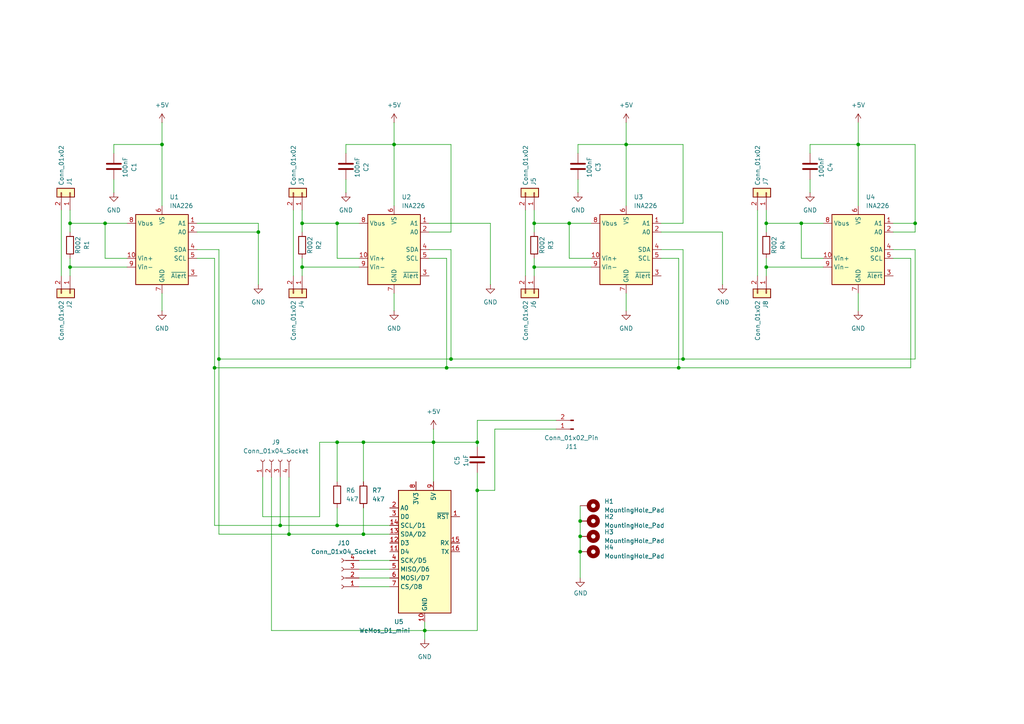
<source format=kicad_sch>
(kicad_sch (version 20231120) (generator "eeschema") (generator_version "8.0")
  (paper "A4")
  (lib_symbols
    (symbol "Connector:Conn_01x02_Pin" (pin_names (offset 1.016) hide)
      (property "Reference" "J" (at 0 2.54 0))
      (property "Value" "Conn_01x02_Pin" (at 0 -5.08 0))
      (symbol "Conn_01x02_Pin_1_1"
        (polyline (pts (xy 1.27 -2.54) (xy 0.8636 -2.54)) (stroke (width 0.1524)))
        (polyline (pts (xy 1.27 0) (xy 0.8636 0)) (stroke (width 0.1524)))
        (rectangle (start 0.8636 -2.413) (end 0 -2.667) (stroke (width 0.1524)) (fill (type outline)))
        (rectangle (start 0.8636 0.127) (end 0 -0.127) (stroke (width 0.1524)) (fill (type outline)))
        (pin passive line (at 5.08 0 180) (length 3.81) (name "Pin_1") (number "1"))
        (pin passive line (at 5.08 -2.54 180) (length 3.81) (name "Pin_2") (number "2"))
      )
    )
    (symbol "Connector:Conn_01x04_Socket" (pin_names (offset 1.016) hide)
      (property "Reference" "J" (at 0 5.08 0))
      (property "Value" "Conn_01x04_Socket" (at 0 -7.62 0))
      (symbol "Conn_01x04_Socket_1_1"
        (arc (start 0 -4.572) (mid -0.5058 -5.08) (end 0 -5.588) (stroke (width 0.1524)))
        (arc (start 0 -2.032) (mid -0.5058 -2.54) (end 0 -3.048) (stroke (width 0.1524)))
        (polyline (pts (xy -1.27 -5.08) (xy -0.508 -5.08)) (stroke (width 0.1524)))
        (polyline (pts (xy -1.27 -2.54) (xy -0.508 -2.54)) (stroke (width 0.1524)))
        (polyline (pts (xy -1.27 0) (xy -0.508 0)) (stroke (width 0.1524)))
        (polyline (pts (xy -1.27 2.54) (xy -0.508 2.54)) (stroke (width 0.1524)))
        (arc (start 0 0.508) (mid -0.5058 0) (end 0 -0.508) (stroke (width 0.1524)))
        (arc (start 0 3.048) (mid -0.5058 2.54) (end 0 2.032) (stroke (width 0.1524)))
        (pin passive line (at -5.08 2.54 0) (length 3.81) (name "Pin_1") (number "1"))
        (pin passive line (at -5.08 0 0) (length 3.81) (name "Pin_2") (number "2"))
        (pin passive line (at -5.08 -2.54 0) (length 3.81) (name "Pin_3") (number "3"))
        (pin passive line (at -5.08 -5.08 0) (length 3.81) (name "Pin_4") (number "4"))
      )
    )
    (symbol "Connector_Generic:Conn_01x02" (pin_names (offset 1.016) hide)
      (property "Reference" "J" (at 0 2.54 0))
      (property "Value" "Conn_01x02" (at 0 -5.08 0))
      (symbol "Conn_01x02_1_1"
        (rectangle (start -1.27 -2.413) (end 0 -2.667) (stroke (width 0.1524)))
        (rectangle (start -1.27 0.127) (end 0 -0.127) (stroke (width 0.1524)))
        (rectangle (start -1.27 1.27) (end 1.27 -3.81) (stroke (width 0.254)) (fill (type background)))
        (pin passive line (at -5.08 0 0) (length 3.81) (name "Pin_1") (number "1"))
        (pin passive line (at -5.08 -2.54 0) (length 3.81) (name "Pin_2") (number "2"))
      )
    )
    (symbol "Device:C" (pin_numbers hide) (pin_names (offset 0.254))
      (property "Reference" "C" (at 0.635 2.54 0))
      (property "Value" "C" (at 0.635 -2.54 0))
      (symbol "C_0_1"
        (polyline (pts (xy -2.032 -0.762) (xy 2.032 -0.762)) (stroke (width 0.508)))
        (polyline (pts (xy -2.032 0.762) (xy 2.032 0.762)) (stroke (width 0.508)))
      )
      (symbol "C_1_1"
        (pin passive line (at 0 3.81 270) (length 2.794) (name "~") (number "1"))
        (pin passive line (at 0 -3.81 90) (length 2.794) (name "~") (number "2"))
      )
    )
    (symbol "Device:R" (pin_numbers hide) (pin_names (offset 0))
      (property "Reference" "R" (at 2.032 0 90))
      (property "Value" "R" (at 0 0 90))
      (symbol "R_0_1"
        (rectangle (start -1.016 -2.54) (end 1.016 2.54) (stroke (width 0.254)))
      )
      (symbol "R_1_1"
        (pin passive line (at 0 3.81 270) (length 1.27) (name "~") (number "1"))
        (pin passive line (at 0 -3.81 90) (length 1.27) (name "~") (number "2"))
      )
    )
    (symbol "MCU_Module:WeMos_D1_mini"
      (property "Reference" "U" (at 3.81 19.05 0))
      (property "Value" "WeMos_D1_mini" (at 1.27 -19.05 0))
      (symbol "WeMos_D1_mini_1_1"
        (rectangle (start -7.62 17.78) (end 7.62 -17.78) (stroke (width 0.254)) (fill (type background)))
        (pin input line (at -10.16 10.16 0) (length 2.54) (name "~{RST}") (number "1"))
        (pin power_in line (at 0 -20.32 90) (length 2.54) (name "GND") (number "10"))
        (pin bidirectional line (at 10.16 0 180) (length 2.54) (name "D4") (number "11"))
        (pin bidirectional line (at 10.16 2.54 180) (length 2.54) (name "D3") (number "12"))
        (pin bidirectional line (at 10.16 5.08 180) (length 2.54) (name "SDA/D2") (number "13"))
        (pin bidirectional line (at 10.16 7.62 180) (length 2.54) (name "SCL/D1") (number "14"))
        (pin input line (at -10.16 2.54 0) (length 2.54) (name "RX") (number "15"))
        (pin output line (at -10.16 0 0) (length 2.54) (name "TX") (number "16"))
        (pin input line (at 10.16 12.7 180) (length 2.54) (name "A0") (number "2"))
        (pin bidirectional line (at 10.16 10.16 180) (length 2.54) (name "D0") (number "3"))
        (pin bidirectional line (at 10.16 -2.54 180) (length 2.54) (name "SCK/D5") (number "4"))
        (pin bidirectional line (at 10.16 -5.08 180) (length 2.54) (name "MISO/D6") (number "5"))
        (pin bidirectional line (at 10.16 -7.62 180) (length 2.54) (name "MOSI/D7") (number "6"))
        (pin bidirectional line (at 10.16 -10.16 180) (length 2.54) (name "CS/D8") (number "7"))
        (pin power_out line (at 2.54 20.32 270) (length 2.54) (name "3V3") (number "8"))
        (pin power_in line (at -2.54 20.32 270) (length 2.54) (name "5V") (number "9"))
      )
    )
    (symbol "Mechanical:MountingHole_Pad" (pin_numbers hide) (pin_names (offset 1.016) hide) (exclude_from_sim yes) (in_bom no)
      (property "Reference" "H" (at 0 6.35 0))
      (property "Value" "MountingHole_Pad" (at 0 4.445 0))
      (symbol "MountingHole_Pad_0_1"
        (circle (center 0 1.27) (radius 1.27) (stroke (width 1.27)))
      )
      (symbol "MountingHole_Pad_1_1"
        (pin input line (at 0 -2.54 90) (length 2.54) (name "1") (number "1"))
      )
    )
    (symbol "Sensor_Energy:INA226"
      (property "Reference" "U" (at -6.35 11.43 0))
      (property "Value" "INA226" (at 3.81 11.43 0))
      (symbol "INA226_0_1"
        (rectangle (start 7.62 10.16) (end -7.62 -10.16) (stroke (width 0.254)) (fill (type background)))
      )
      (symbol "INA226_1_1"
        (pin input line (at 10.16 7.62 180) (length 2.54) (name "A1") (number "1"))
        (pin input line (at -10.16 -2.54 0) (length 2.54) (name "Vin+") (number "10"))
        (pin input line (at 10.16 5.08 180) (length 2.54) (name "A0") (number "2"))
        (pin open_collector line (at 10.16 -7.62 180) (length 2.54) (name "~{Alert}") (number "3"))
        (pin bidirectional line (at 10.16 0 180) (length 2.54) (name "SDA") (number "4"))
        (pin input line (at 10.16 -2.54 180) (length 2.54) (name "SCL") (number "5"))
        (pin power_in line (at 0 12.7 270) (length 2.54) (name "VS") (number "6"))
        (pin power_in line (at 0 -12.7 90) (length 2.54) (name "GND") (number "7"))
        (pin input line (at -10.16 7.62 0) (length 2.54) (name "Vbus") (number "8"))
        (pin input line (at -10.16 -5.08 0) (length 2.54) (name "Vin-") (number "9"))
      )
    )
    (symbol "power:+5V" (power) (pin_numbers hide) (pin_names (offset 0) hide)
      (property "Value" "+5V" (at 0 3.556 0))
      (symbol "+5V_0_1"
        (polyline (pts (xy -0.762 1.27) (xy 0 2.54)))
        (polyline (pts (xy 0 0) (xy 0 2.54)))
        (polyline (pts (xy 0 2.54) (xy 0.762 1.27)))
      )
      (symbol "+5V_1_1"
        (pin power_in line (at 0 0 90) (length 0) (name "~") (number "1"))
      )
    )
    (symbol "power:GND" (power) (pin_numbers hide) (pin_names (offset 0) hide)
      (property "Value" "GND" (at 0 -3.81 0))
      (symbol "GND_0_1"
        (polyline (pts (xy 0 0) (xy 0 -1.27) (xy 1.27 -1.27) (xy 0 -2.54) (xy -1.27 -1.27) (xy 0 -1.27)))
      )
      (symbol "GND_1_1"
        (pin power_in line (at 0 0 270) (length 0) (name "~") (number "1"))
      )
    )
    (symbol "powerpoledist-rescue:GND-power" (power) (pin_names (offset 0))
      (property "Value" "power_GND" (at 0 -3.81 0))
      (symbol "GND-power_0_1"
        (polyline (pts (xy 0 0) (xy 0 -1.27) (xy 1.27 -1.27) (xy 0 -2.54) (xy -1.27 -1.27) (xy 0 -1.27)))
      )
      (symbol "GND-power_1_1"
        (pin power_in line (at 0 0 270) (length 0) hide (name "GND") (number "1"))
      )
    )
  )
  (junction (at 222.25 77.47))
  (junction (at 97.79 152.4))
  (junction (at 87.63 77.47))
  (junction (at 198.12 104.14))
  (junction (at 87.63 64.77))
  (junction (at 168.275 151.13))
  (junction (at 222.25 64.77))
  (junction (at 74.93 67.31))
  (junction (at 138.43 142.24))
  (junction (at 168.275 155.575))
  (junction (at 265.43 64.77))
  (junction (at 232.41 64.77))
  (junction (at 130.81 104.14))
  (junction (at 138.43 128.27))
  (junction (at 30.48 64.77))
  (junction (at 105.41 154.94))
  (junction (at 97.79 64.77))
  (junction (at 63.5 104.14))
  (junction (at 181.61 41.91))
  (junction (at 196.85 106.68))
  (junction (at 20.32 77.47))
  (junction (at 154.94 77.47))
  (junction (at 20.32 64.77))
  (junction (at 165.1 64.77))
  (junction (at 62.23 106.68))
  (junction (at 81.28 152.4))
  (junction (at 114.3 41.91))
  (junction (at 248.92 41.91))
  (junction (at 123.19 182.88))
  (junction (at 154.94 64.77))
  (junction (at 125.73 128.27))
  (junction (at 168.275 160.02))
  (junction (at 105.41 128.27))
  (junction (at 97.79 128.27))
  (junction (at 46.99 41.91))
  (junction (at 83.82 154.94))
  (junction (at 129.54 106.68))
  (wire (pts (xy 191.77 64.77) (xy 198.12 64.77)))
  (wire (pts (xy 105.41 147.32) (xy 105.41 154.94)))
  (wire (pts (xy 124.46 67.31) (xy 130.81 67.31)))
  (wire (pts (xy 125.73 128.27) (xy 105.41 128.27)))
  (wire (pts (xy 74.93 67.31) (xy 74.93 82.55)))
  (wire (pts (xy 114.3 35.56) (xy 114.3 41.91)))
  (wire (pts (xy 248.92 85.09) (xy 248.92 90.17)))
  (wire (pts (xy 87.63 64.77) (xy 97.79 64.77)))
  (wire (pts (xy 154.94 64.77) (xy 154.94 67.31)))
  (wire (pts (xy 167.64 44.45) (xy 167.64 41.91)))
  (wire (pts (xy 191.77 67.31) (xy 209.55 67.31)))
  (wire (pts (xy 196.85 106.68) (xy 264.16 106.68)))
  (wire (pts (xy 104.14 170.18) (xy 113.03 170.18)))
  (wire (pts (xy 104.14 167.64) (xy 113.03 167.64)))
  (wire (pts (xy 130.81 104.14) (xy 198.12 104.14)))
  (wire (pts (xy 87.63 64.77) (xy 87.63 67.31)))
  (wire (pts (xy 167.64 52.07) (xy 167.64 55.88)))
  (wire (pts (xy 97.79 64.77) (xy 97.79 74.93)))
  (wire (pts (xy 104.14 74.93) (xy 97.79 74.93)))
  (wire (pts (xy 87.63 77.47) (xy 87.63 80.01)))
  (wire (pts (xy 20.32 77.47) (xy 20.32 80.01)))
  (wire (pts (xy 168.275 155.575) (xy 168.275 160.02)))
  (wire (pts (xy 181.61 35.56) (xy 181.61 41.91)))
  (wire (pts (xy 238.76 74.93) (xy 232.41 74.93)))
  (wire (pts (xy 123.19 180.34) (xy 123.19 182.88)))
  (wire (pts (xy 222.25 74.93) (xy 222.25 77.47)))
  (wire (pts (xy 168.275 151.13) (xy 168.275 155.575)))
  (wire (pts (xy 62.23 106.68) (xy 62.23 152.4)))
  (wire (pts (xy 57.15 64.77) (xy 74.93 64.77)))
  (wire (pts (xy 143.51 142.24) (xy 138.43 142.24)))
  (wire (pts (xy 138.43 142.24) (xy 138.43 182.88)))
  (wire (pts (xy 78.74 182.88) (xy 123.19 182.88)))
  (wire (pts (xy 123.19 182.88) (xy 123.19 185.42)))
  (wire (pts (xy 20.32 64.77) (xy 30.48 64.77)))
  (wire (pts (xy 234.95 41.91) (xy 248.92 41.91)))
  (wire (pts (xy 259.08 72.39) (xy 265.43 72.39)))
  (wire (pts (xy 138.43 128.27) (xy 125.73 128.27)))
  (wire (pts (xy 219.71 60.96) (xy 219.71 80.01)))
  (wire (pts (xy 97.79 64.77) (xy 104.14 64.77)))
  (wire (pts (xy 63.5 72.39) (xy 63.5 104.14)))
  (wire (pts (xy 198.12 72.39) (xy 198.12 104.14)))
  (wire (pts (xy 81.28 152.4) (xy 97.79 152.4)))
  (wire (pts (xy 87.63 77.47) (xy 104.14 77.47)))
  (wire (pts (xy 63.5 154.94) (xy 83.82 154.94)))
  (wire (pts (xy 20.32 74.93) (xy 20.32 77.47)))
  (wire (pts (xy 114.3 41.91) (xy 114.3 59.69)))
  (wire (pts (xy 92.71 128.27) (xy 97.79 128.27)))
  (wire (pts (xy 100.33 41.91) (xy 114.3 41.91)))
  (wire (pts (xy 222.25 64.77) (xy 232.41 64.77)))
  (wire (pts (xy 100.33 52.07) (xy 100.33 55.88)))
  (wire (pts (xy 168.275 160.02) (xy 168.275 167.64)))
  (wire (pts (xy 222.25 77.47) (xy 222.25 80.01)))
  (wire (pts (xy 265.43 64.77) (xy 265.43 67.31)))
  (wire (pts (xy 20.32 60.96) (xy 20.32 64.77)))
  (wire (pts (xy 138.43 128.27) (xy 138.43 129.54)))
  (wire (pts (xy 152.4 60.96) (xy 152.4 80.01)))
  (wire (pts (xy 222.25 60.96) (xy 222.25 64.77)))
  (wire (pts (xy 76.2 149.86) (xy 92.71 149.86)))
  (wire (pts (xy 36.83 74.93) (xy 30.48 74.93)))
  (wire (pts (xy 97.79 128.27) (xy 97.79 139.7)))
  (wire (pts (xy 248.92 35.56) (xy 248.92 41.91)))
  (wire (pts (xy 222.25 64.77) (xy 222.25 67.31)))
  (wire (pts (xy 259.08 74.93) (xy 264.16 74.93)))
  (wire (pts (xy 125.73 124.46) (xy 125.73 128.27)))
  (wire (pts (xy 76.2 138.43) (xy 76.2 149.86)))
  (wire (pts (xy 142.24 64.77) (xy 142.24 82.55)))
  (wire (pts (xy 33.02 44.45) (xy 33.02 41.91)))
  (wire (pts (xy 30.48 64.77) (xy 36.83 64.77)))
  (wire (pts (xy 130.81 72.39) (xy 130.81 104.14)))
  (wire (pts (xy 85.09 60.96) (xy 85.09 80.01)))
  (wire (pts (xy 232.41 64.77) (xy 238.76 64.77)))
  (wire (pts (xy 17.78 60.96) (xy 17.78 80.01)))
  (wire (pts (xy 62.23 152.4) (xy 81.28 152.4)))
  (wire (pts (xy 33.02 52.07) (xy 33.02 55.88)))
  (wire (pts (xy 83.82 138.43) (xy 83.82 154.94)))
  (wire (pts (xy 125.73 128.27) (xy 125.73 139.7)))
  (wire (pts (xy 46.99 85.09) (xy 46.99 90.17)))
  (wire (pts (xy 154.94 77.47) (xy 154.94 80.01)))
  (wire (pts (xy 46.99 41.91) (xy 46.99 59.69)))
  (wire (pts (xy 264.16 74.93) (xy 264.16 106.68)))
  (wire (pts (xy 97.79 128.27) (xy 105.41 128.27)))
  (wire (pts (xy 138.43 137.16) (xy 138.43 142.24)))
  (wire (pts (xy 114.3 85.09) (xy 114.3 90.17)))
  (wire (pts (xy 87.63 60.96) (xy 87.63 64.77)))
  (wire (pts (xy 33.02 41.91) (xy 46.99 41.91)))
  (wire (pts (xy 83.82 154.94) (xy 105.41 154.94)))
  (wire (pts (xy 248.92 41.91) (xy 248.92 59.69)))
  (wire (pts (xy 57.15 67.31) (xy 74.93 67.31)))
  (wire (pts (xy 74.93 64.77) (xy 74.93 67.31)))
  (wire (pts (xy 138.43 182.88) (xy 123.19 182.88)))
  (wire (pts (xy 234.95 52.07) (xy 234.95 55.88)))
  (wire (pts (xy 100.33 44.45) (xy 100.33 41.91)))
  (wire (pts (xy 259.08 64.77) (xy 265.43 64.77)))
  (wire (pts (xy 46.99 35.56) (xy 46.99 41.91)))
  (wire (pts (xy 154.94 64.77) (xy 165.1 64.77)))
  (wire (pts (xy 259.08 67.31) (xy 265.43 67.31)))
  (wire (pts (xy 191.77 72.39) (xy 198.12 72.39)))
  (wire (pts (xy 138.43 128.27) (xy 138.43 121.92)))
  (wire (pts (xy 129.54 106.68) (xy 196.85 106.68)))
  (wire (pts (xy 63.5 104.14) (xy 63.5 154.94)))
  (wire (pts (xy 181.61 41.91) (xy 198.12 41.91)))
  (wire (pts (xy 124.46 72.39) (xy 130.81 72.39)))
  (wire (pts (xy 143.51 124.46) (xy 143.51 142.24)))
  (wire (pts (xy 105.41 128.27) (xy 105.41 139.7)))
  (wire (pts (xy 154.94 74.93) (xy 154.94 77.47)))
  (wire (pts (xy 104.14 162.56) (xy 113.03 162.56)))
  (wire (pts (xy 248.92 41.91) (xy 265.43 41.91)))
  (wire (pts (xy 198.12 64.77) (xy 198.12 41.91)))
  (wire (pts (xy 124.46 64.77) (xy 142.24 64.77)))
  (wire (pts (xy 114.3 41.91) (xy 130.81 41.91)))
  (wire (pts (xy 105.41 154.94) (xy 113.03 154.94)))
  (wire (pts (xy 167.64 41.91) (xy 181.61 41.91)))
  (wire (pts (xy 57.15 72.39) (xy 63.5 72.39)))
  (wire (pts (xy 234.95 44.45) (xy 234.95 41.91)))
  (wire (pts (xy 191.77 74.93) (xy 196.85 74.93)))
  (wire (pts (xy 165.1 64.77) (xy 165.1 74.93)))
  (wire (pts (xy 168.275 146.685) (xy 168.275 151.13)))
  (wire (pts (xy 97.79 152.4) (xy 113.03 152.4)))
  (wire (pts (xy 97.79 147.32) (xy 97.79 152.4)))
  (wire (pts (xy 222.25 77.47) (xy 238.76 77.47)))
  (wire (pts (xy 161.29 124.46) (xy 143.51 124.46)))
  (wire (pts (xy 78.74 138.43) (xy 78.74 182.88)))
  (wire (pts (xy 57.15 74.93) (xy 62.23 74.93)))
  (wire (pts (xy 181.61 41.91) (xy 181.61 59.69)))
  (wire (pts (xy 92.71 149.86) (xy 92.71 128.27)))
  (wire (pts (xy 171.45 74.93) (xy 165.1 74.93)))
  (wire (pts (xy 62.23 106.68) (xy 129.54 106.68)))
  (wire (pts (xy 154.94 60.96) (xy 154.94 64.77)))
  (wire (pts (xy 129.54 74.93) (xy 129.54 106.68)))
  (wire (pts (xy 124.46 74.93) (xy 129.54 74.93)))
  (wire (pts (xy 63.5 104.14) (xy 130.81 104.14)))
  (wire (pts (xy 265.43 72.39) (xy 265.43 104.14)))
  (wire (pts (xy 181.61 85.09) (xy 181.61 90.17)))
  (wire (pts (xy 20.32 64.77) (xy 20.32 67.31)))
  (wire (pts (xy 81.28 138.43) (xy 81.28 152.4)))
  (wire (pts (xy 104.14 165.1) (xy 113.03 165.1)))
  (wire (pts (xy 165.1 64.77) (xy 171.45 64.77)))
  (wire (pts (xy 154.94 77.47) (xy 171.45 77.47)))
  (wire (pts (xy 20.32 77.47) (xy 36.83 77.47)))
  (wire (pts (xy 265.43 41.91) (xy 265.43 64.77)))
  (wire (pts (xy 130.81 67.31) (xy 130.81 41.91)))
  (wire (pts (xy 30.48 64.77) (xy 30.48 74.93)))
  (wire (pts (xy 196.85 74.93) (xy 196.85 106.68)))
  (wire (pts (xy 209.55 67.31) (xy 209.55 82.55)))
  (wire (pts (xy 138.43 121.92) (xy 161.29 121.92)))
  (wire (pts (xy 198.12 104.14) (xy 265.43 104.14)))
  (wire (pts (xy 62.23 74.93) (xy 62.23 106.68)))
  (wire (pts (xy 87.63 74.93) (xy 87.63 77.47)))
  (wire (pts (xy 232.41 64.77) (xy 232.41 74.93)))
  (symbol (lib_id "Device:R") (at 20.32 71.12 0) (unit 1)
    (property "Reference" "R1" (at 25.146 71.12 90))
    (property "Value" "R002" (at 22.606 71.12 90))
    (property "Footprint" "Resistor_SMD:R_2512_6332Metric_Pad1.40x3.35mm_HandSolder" (effects (hide yes)))
    (property "Description" "Resistor" (effects (hide yes)))
  )
  (symbol (lib_id "Device:R") (at 87.63 71.12 0) (unit 1)
    (property "Reference" "R2" (at 92.456 71.12 90))
    (property "Value" "R002" (at 89.916 71.12 90))
    (property "Footprint" "Resistor_SMD:R_2512_6332Metric_Pad1.40x3.35mm_HandSolder" (effects (hide yes)))
    (property "Description" "Resistor" (effects (hide yes)))
  )
  (symbol (lib_id "Sensor_Energy:INA226") (at 248.92 72.39 0) (unit 1)
    (property "Reference" "U4" (at 251.1141 57.15 0) (effects (justify left)))
    (property "Value" "INA226" (at 251.1141 59.69 0) (effects (justify left)))
    (property "Footprint" "Package_SO:VSSOP-10_3x3mm_P0.5mm" (effects (hide yes)))
    (property "Datasheet" "http://www.ti.com/lit/ds/symlink/ina226.pdf" (effects (hide yes)))
    (property "Description" "High-Side or Low-Side Measurement, Bi-Directional Current and Power Monitor (0-36V) with I2C Compatible Interface, VSSOP-10" (effects (hide yes)))
  )
  (symbol (lib_id "Connector:Conn_01x04_Socket") (at 78.74 133.35 90) (unit 1)
    (property "Reference" "J9" (at 80.01 128.27 90))
    (property "Value" "Conn_01x04_Socket" (at 80.01 130.81 90))
    (property "Footprint" "Connector_PinSocket_2.54mm:PinSocket_1x04_P2.54mm_Vertical" (effects (hide yes)))
    (property "Description" "Generic connector, single row, 01x04, script generated" (effects (hide yes)))
  )
  (symbol (lib_id "Connector_Generic:Conn_01x02") (at 222.25 85.09 270) (unit 1)
    (property "Reference" "J8" (at 222.0468 87.122 0) (effects (justify left)))
    (property "Value" "Conn_01x02" (at 219.7354 87.122 0) (effects (justify left)))
    (property "Footprint" "Connector_Anderson:PowerPole_PP45_1336G1_1x2_Horizontal" (effects (hide yes)))
    (property "MPN" "1336G1" (effects (hide yes)))
    (property "Manufacturer" "Anderson" (effects (hide yes)))
  )
  (symbol (lib_id "Connector:Conn_01x04_Socket") (at 99.06 167.64 180) (unit 1)
    (property "Reference" "J10" (at 99.695 157.48 0))
    (property "Value" "Conn_01x04_Socket" (at 99.695 160.02 0))
    (property "Footprint" "Connector_PinSocket_2.54mm:PinSocket_1x04_P2.54mm_Vertical" (effects (hide yes)))
    (property "Description" "Generic connector, single row, 01x04, script generated" (effects (hide yes)))
  )
  (symbol (lib_id "Device:R") (at 97.79 143.51 0) (unit 1)
    (property "Reference" "R6" (at 100.33 142.2399 0) (effects (justify left)))
    (property "Value" "4k7" (at 100.33 144.7799 0) (effects (justify left)))
    (property "Footprint" "Resistor_SMD:R_0805_2012Metric_Pad1.20x1.40mm_HandSolder" (effects (hide yes)))
    (property "Description" "Resistor" (effects (hide yes)))
  )
  (symbol (lib_id "Device:C") (at 138.43 133.35 0) (mirror y) (unit 1)
    (property "Reference" "C5" (at 132.588 133.604 90))
    (property "Value" "1uF" (at 135.128 133.604 90))
    (property "Footprint" "Capacitor_SMD:C_0805_2012Metric_Pad1.18x1.45mm_HandSolder" (effects (hide yes)))
    (property "Description" "Unpolarized capacitor" (effects (hide yes)))
  )
  (symbol (lib_id "Mechanical:MountingHole_Pad") (at 170.815 160.02 270) (unit 1) (exclude_from_sim yes) (in_bom no)
    (property "Reference" "H4" (at 175.26 158.7499 90) (effects (justify left)))
    (property "Value" "MountingHole_Pad" (at 175.26 161.2899 90) (effects (justify left)))
    (property "Footprint" "MountingHole:MountingHole_3.5mm_Pad" (effects (hide yes)))
    (property "Description" "Mounting Hole with connection" (effects (hide yes)))
  )
  (symbol (lib_id "power:GND") (at 167.64 55.88 0) (unit 1)
    (property "Reference" "#PWR011" (effects (hide yes)))
    (property "Value" "GND" (at 167.64 60.96 0))
    (property "Description" "Power symbol creates a global label with name \"GND\" , ground" (effects (hide yes)))
  )
  (symbol (lib_id "MCU_Module:WeMos_D1_mini") (at 123.19 160.02 0) (mirror y) (unit 1)
    (property "Reference" "U5" (at 114.3 180.34 0) (effects (justify right)))
    (property "Value" "WeMos_D1_mini" (at 104.14 182.88 0) (effects (justify right)))
    (property "Footprint" "Module:WEMOS_D1_mini_light" (effects (hide yes)))
    (property "Datasheet" "https://wiki.wemos.cc/products:d1:d1_mini#documentation" (effects (hide yes)))
    (property "Description" "32-bit microcontroller module with WiFi" (effects (hide yes)))
  )
  (symbol (lib_id "power:GND") (at 100.33 55.88 0) (unit 1)
    (property "Reference" "#PWR05" (effects (hide yes)))
    (property "Value" "GND" (at 100.33 60.96 0))
    (property "Description" "Power symbol creates a global label with name \"GND\" , ground" (effects (hide yes)))
  )
  (symbol (lib_id "Connector_Generic:Conn_01x02") (at 87.63 55.88 270) (mirror x) (unit 1)
    (property "Reference" "J3" (at 87.4268 53.848 0) (effects (justify left)))
    (property "Value" "Conn_01x02" (at 85.1154 53.848 0) (effects (justify left)))
    (property "Footprint" "Connector_Anderson:PowerPole_PP45_1336G1_1x2_Horizontal" (effects (hide yes)))
    (property "MPN" "1336G1" (effects (hide yes)))
    (property "Manufacturer" "Anderson" (effects (hide yes)))
  )
  (symbol (lib_id "Device:C") (at 100.33 48.26 0) (unit 1)
    (property "Reference" "C2" (at 106.172 48.514 90))
    (property "Value" "100nF" (at 103.632 48.514 90))
    (property "Footprint" "Capacitor_SMD:C_0805_2012Metric_Pad1.18x1.45mm_HandSolder" (effects (hide yes)))
    (property "Description" "Unpolarized capacitor" (effects (hide yes)))
  )
  (symbol (lib_id "Sensor_Energy:INA226") (at 114.3 72.39 0) (unit 1)
    (property "Reference" "U2" (at 116.4941 57.15 0) (effects (justify left)))
    (property "Value" "INA226" (at 116.4941 59.69 0) (effects (justify left)))
    (property "Footprint" "Package_SO:VSSOP-10_3x3mm_P0.5mm" (effects (hide yes)))
    (property "Datasheet" "http://www.ti.com/lit/ds/symlink/ina226.pdf" (effects (hide yes)))
    (property "Description" "High-Side or Low-Side Measurement, Bi-Directional Current and Power Monitor (0-36V) with I2C Compatible Interface, VSSOP-10" (effects (hide yes)))
  )
  (symbol (lib_id "power:GND") (at 46.99 90.17 0) (unit 1)
    (property "Reference" "#PWR03" (effects (hide yes)))
    (property "Value" "GND" (at 46.99 95.25 0))
    (property "Description" "Power symbol creates a global label with name \"GND\" , ground" (effects (hide yes)))
  )
  (symbol (lib_id "power:+5V") (at 125.73 124.46 0) (mirror y) (unit 1)
    (property "Reference" "#PWR09" (effects (hide yes)))
    (property "Value" "+5V" (at 125.73 119.38 0))
    (property "Description" "Power symbol creates a global label with name \"+5V\"" (effects (hide yes)))
  )
  (symbol (lib_id "Device:C") (at 167.64 48.26 0) (unit 1)
    (property "Reference" "C3" (at 173.482 48.514 90))
    (property "Value" "100nF" (at 170.942 48.514 90))
    (property "Footprint" "Capacitor_SMD:C_0805_2012Metric_Pad1.18x1.45mm_HandSolder" (effects (hide yes)))
    (property "Description" "Unpolarized capacitor" (effects (hide yes)))
  )
  (symbol (lib_id "Mechanical:MountingHole_Pad") (at 170.815 155.575 270) (unit 1) (exclude_from_sim yes) (in_bom no)
    (property "Reference" "H3" (at 175.26 154.3049 90) (effects (justify left)))
    (property "Value" "MountingHole_Pad" (at 175.26 156.8449 90) (effects (justify left)))
    (property "Footprint" "MountingHole:MountingHole_3.5mm_Pad" (effects (hide yes)))
    (property "Description" "Mounting Hole with connection" (effects (hide yes)))
  )
  (symbol (lib_id "power:GND") (at 142.24 82.55 0) (unit 1)
    (property "Reference" "#PWR010" (effects (hide yes)))
    (property "Value" "GND" (at 142.24 87.63 0))
    (property "Description" "Power symbol creates a global label with name \"GND\" , ground" (effects (hide yes)))
  )
  (symbol (lib_id "powerpoledist-rescue:GND-power") (at 168.275 167.64 0) (unit 1)
    (property "Reference" "#PWR012" (effects (hide yes)))
    (property "Value" "GND" (at 168.402 172.0342 0))
  )
  (symbol (lib_id "Connector_Generic:Conn_01x02") (at 20.32 85.09 270) (unit 1)
    (property "Reference" "J2" (at 20.1168 87.122 0) (effects (justify left)))
    (property "Value" "Conn_01x02" (at 17.8054 87.122 0) (effects (justify left)))
    (property "Footprint" "Connector_Anderson:PowerPole_PP45_1336G1_1x2_Horizontal" (effects (hide yes)))
    (property "MPN" "1336G1" (effects (hide yes)))
    (property "Manufacturer" "Anderson" (effects (hide yes)))
  )
  (symbol (lib_id "power:GND") (at 114.3 90.17 0) (unit 1)
    (property "Reference" "#PWR07" (effects (hide yes)))
    (property "Value" "GND" (at 114.3 95.25 0))
    (property "Description" "Power symbol creates a global label with name \"GND\" , ground" (effects (hide yes)))
  )
  (symbol (lib_id "Device:R") (at 154.94 71.12 0) (unit 1)
    (property "Reference" "R3" (at 159.766 71.12 90))
    (property "Value" "R002" (at 157.226 71.12 90))
    (property "Footprint" "Resistor_SMD:R_2512_6332Metric_Pad1.40x3.35mm_HandSolder" (effects (hide yes)))
    (property "Description" "Resistor" (effects (hide yes)))
  )
  (symbol (lib_id "Connector_Generic:Conn_01x02") (at 20.32 55.88 270) (mirror x) (unit 1)
    (property "Reference" "J1" (at 20.1168 53.848 0) (effects (justify left)))
    (property "Value" "Conn_01x02" (at 17.8054 53.848 0) (effects (justify left)))
    (property "Footprint" "Connector_Anderson:PowerPole_PP45_1336G1_1x2_Horizontal" (effects (hide yes)))
    (property "MPN" "1336G1" (effects (hide yes)))
    (property "Manufacturer" "Anderson" (effects (hide yes)))
  )
  (symbol (lib_id "power:+5V") (at 181.61 35.56 0) (unit 1)
    (property "Reference" "#PWR013" (effects (hide yes)))
    (property "Value" "+5V" (at 181.61 30.48 0))
    (property "Description" "Power symbol creates a global label with name \"+5V\"" (effects (hide yes)))
  )
  (symbol (lib_id "power:+5V") (at 46.99 35.56 0) (unit 1)
    (property "Reference" "#PWR02" (effects (hide yes)))
    (property "Value" "+5V" (at 46.99 30.48 0))
    (property "Description" "Power symbol creates a global label with name \"+5V\"" (effects (hide yes)))
  )
  (symbol (lib_id "power:GND") (at 248.92 90.17 0) (unit 1)
    (property "Reference" "#PWR018" (effects (hide yes)))
    (property "Value" "GND" (at 248.92 95.25 0))
    (property "Description" "Power symbol creates a global label with name \"GND\" , ground" (effects (hide yes)))
  )
  (symbol (lib_id "power:GND") (at 33.02 55.88 0) (unit 1)
    (property "Reference" "#PWR01" (effects (hide yes)))
    (property "Value" "GND" (at 33.02 60.96 0))
    (property "Description" "Power symbol creates a global label with name \"GND\" , ground" (effects (hide yes)))
  )
  (symbol (lib_id "power:+5V") (at 248.92 35.56 0) (unit 1)
    (property "Reference" "#PWR017" (effects (hide yes)))
    (property "Value" "+5V" (at 248.92 30.48 0))
    (property "Description" "Power symbol creates a global label with name \"+5V\"" (effects (hide yes)))
  )
  (symbol (lib_id "Sensor_Energy:INA226") (at 181.61 72.39 0) (unit 1)
    (property "Reference" "U3" (at 183.8041 57.15 0) (effects (justify left)))
    (property "Value" "INA226" (at 183.8041 59.69 0) (effects (justify left)))
    (property "Footprint" "Package_SO:VSSOP-10_3x3mm_P0.5mm" (effects (hide yes)))
    (property "Datasheet" "http://www.ti.com/lit/ds/symlink/ina226.pdf" (effects (hide yes)))
    (property "Description" "High-Side or Low-Side Measurement, Bi-Directional Current and Power Monitor (0-36V) with I2C Compatible Interface, VSSOP-10" (effects (hide yes)))
  )
  (symbol (lib_id "power:GND") (at 209.55 82.55 0) (unit 1)
    (property "Reference" "#PWR015" (effects (hide yes)))
    (property "Value" "GND" (at 209.55 87.63 0))
    (property "Description" "Power symbol creates a global label with name \"GND\" , ground" (effects (hide yes)))
  )
  (symbol (lib_id "power:GND") (at 234.95 55.88 0) (unit 1)
    (property "Reference" "#PWR016" (effects (hide yes)))
    (property "Value" "GND" (at 234.95 60.96 0))
    (property "Description" "Power symbol creates a global label with name \"GND\" , ground" (effects (hide yes)))
  )
  (symbol (lib_id "power:+5V") (at 114.3 35.56 0) (unit 1)
    (property "Reference" "#PWR06" (effects (hide yes)))
    (property "Value" "+5V" (at 114.3 30.48 0))
    (property "Description" "Power symbol creates a global label with name \"+5V\"" (effects (hide yes)))
  )
  (symbol (lib_id "power:GND") (at 123.19 185.42 0) (mirror y) (unit 1)
    (property "Reference" "#PWR08" (effects (hide yes)))
    (property "Value" "GND" (at 123.19 190.5 0))
    (property "Description" "Power symbol creates a global label with name \"GND\" , ground" (effects (hide yes)))
  )
  (symbol (lib_id "Mechanical:MountingHole_Pad") (at 170.815 146.685 270) (unit 1) (exclude_from_sim yes) (in_bom no)
    (property "Reference" "H1" (at 175.26 145.4149 90) (effects (justify left)))
    (property "Value" "MountingHole_Pad" (at 175.26 147.9549 90) (effects (justify left)))
    (property "Footprint" "MountingHole:MountingHole_3.5mm_Pad" (effects (hide yes)))
    (property "Description" "Mounting Hole with connection" (effects (hide yes)))
  )
  (symbol (lib_id "Connector:Conn_01x02_Pin") (at 166.37 124.46 180) (unit 1)
    (property "Reference" "J11" (at 165.735 129.54 0))
    (property "Value" "Conn_01x02_Pin" (at 165.735 127 0))
    (property "Footprint" "Connector_PinHeader_2.54mm:PinHeader_1x02_P2.54mm_Horizontal" (effects (hide yes)))
    (property "Description" "Generic connector, single row, 01x02, script generated" (effects (hide yes)))
  )
  (symbol (lib_id "Device:C") (at 234.95 48.26 0) (unit 1)
    (property "Reference" "C4" (at 240.792 48.514 90))
    (property "Value" "100nF" (at 238.252 48.514 90))
    (property "Footprint" "Capacitor_SMD:C_0805_2012Metric_Pad1.18x1.45mm_HandSolder" (effects (hide yes)))
    (property "Description" "Unpolarized capacitor" (effects (hide yes)))
  )
  (symbol (lib_id "Device:R") (at 105.41 143.51 0) (unit 1)
    (property "Reference" "R7" (at 107.95 142.2399 0) (effects (justify left)))
    (property "Value" "4k7" (at 107.95 144.7799 0) (effects (justify left)))
    (property "Footprint" "Resistor_SMD:R_0805_2012Metric_Pad1.20x1.40mm_HandSolder" (effects (hide yes)))
    (property "Description" "Resistor" (effects (hide yes)))
  )
  (symbol (lib_id "Connector_Generic:Conn_01x02") (at 87.63 85.09 270) (unit 1)
    (property "Reference" "J4" (at 87.4268 87.122 0) (effects (justify left)))
    (property "Value" "Conn_01x02" (at 85.1154 87.122 0) (effects (justify left)))
    (property "Footprint" "Connector_Anderson:PowerPole_PP45_1336G1_1x2_Horizontal" (effects (hide yes)))
    (property "MPN" "1336G1" (effects (hide yes)))
    (property "Manufacturer" "Anderson" (effects (hide yes)))
  )
  (symbol (lib_id "Mechanical:MountingHole_Pad") (at 170.815 151.13 270) (unit 1) (exclude_from_sim yes) (in_bom no)
    (property "Reference" "H2" (at 175.26 149.8599 90) (effects (justify left)))
    (property "Value" "MountingHole_Pad" (at 175.26 152.3999 90) (effects (justify left)))
    (property "Footprint" "MountingHole:MountingHole_3.5mm_Pad" (effects (hide yes)))
    (property "Description" "Mounting Hole with connection" (effects (hide yes)))
  )
  (symbol (lib_id "Connector_Generic:Conn_01x02") (at 154.94 55.88 270) (mirror x) (unit 1)
    (property "Reference" "J5" (at 154.7368 53.848 0) (effects (justify left)))
    (property "Value" "Conn_01x02" (at 152.4254 53.848 0) (effects (justify left)))
    (property "Footprint" "Connector_Anderson:PowerPole_PP45_1336G1_1x2_Horizontal" (effects (hide yes)))
    (property "MPN" "1336G1" (effects (hide yes)))
    (property "Manufacturer" "Anderson" (effects (hide yes)))
  )
  (symbol (lib_id "Device:C") (at 33.02 48.26 0) (unit 1)
    (property "Reference" "C1" (at 38.862 48.514 90))
    (property "Value" "100nF" (at 36.322 48.514 90))
    (property "Footprint" "Capacitor_SMD:C_0805_2012Metric_Pad1.18x1.45mm_HandSolder" (effects (hide yes)))
    (property "Description" "Unpolarized capacitor" (effects (hide yes)))
  )
  (symbol (lib_id "power:GND") (at 181.61 90.17 0) (unit 1)
    (property "Reference" "#PWR014" (effects (hide yes)))
    (property "Value" "GND" (at 181.61 95.25 0))
    (property "Description" "Power symbol creates a global label with name \"GND\" , ground" (effects (hide yes)))
  )
  (symbol (lib_id "Connector_Generic:Conn_01x02") (at 154.94 85.09 270) (unit 1)
    (property "Reference" "J6" (at 154.7368 87.122 0) (effects (justify left)))
    (property "Value" "Conn_01x02" (at 152.4254 87.122 0) (effects (justify left)))
    (property "Footprint" "Connector_Anderson:PowerPole_PP45_1336G1_1x2_Horizontal" (effects (hide yes)))
    (property "MPN" "1336G1" (effects (hide yes)))
    (property "Manufacturer" "Anderson" (effects (hide yes)))
  )
  (symbol (lib_id "Device:R") (at 222.25 71.12 0) (unit 1)
    (property "Reference" "R4" (at 227.076 71.12 90))
    (property "Value" "R002" (at 224.536 71.12 90))
    (property "Footprint" "Resistor_SMD:R_2512_6332Metric_Pad1.40x3.35mm_HandSolder" (effects (hide yes)))
    (property "Description" "Resistor" (effects (hide yes)))
  )
  (symbol (lib_id "power:GND") (at 74.93 82.55 0) (unit 1)
    (property "Reference" "#PWR04" (effects (hide yes)))
    (property "Value" "GND" (at 74.93 87.63 0))
    (property "Description" "Power symbol creates a global label with name \"GND\" , ground" (effects (hide yes)))
  )
  (symbol (lib_id "Connector_Generic:Conn_01x02") (at 222.25 55.88 270) (mirror x) (unit 1)
    (property "Reference" "J7" (at 222.0468 53.848 0) (effects (justify left)))
    (property "Value" "Conn_01x02" (at 219.7354 53.848 0) (effects (justify left)))
    (property "Footprint" "Connector_Anderson:PowerPole_PP45_1336G1_1x2_Horizontal" (effects (hide yes)))
    (property "MPN" "1336G1" (effects (hide yes)))
    (property "Manufacturer" "Anderson" (effects (hide yes)))
  )
  (symbol (lib_id "Sensor_Energy:INA226") (at 46.99 72.39 0) (unit 1)
    (property "Reference" "U1" (at 49.1841 57.15 0) (effects (justify left)))
    (property "Value" "INA226" (at 49.1841 59.69 0) (effects (justify left)))
    (property "Footprint" "Package_SO:VSSOP-10_3x3mm_P0.5mm" (effects (hide yes)))
    (property "Datasheet" "http://www.ti.com/lit/ds/symlink/ina226.pdf" (effects (hide yes)))
    (property "Description" "High-Side or Low-Side Measurement, Bi-Directional Current and Power Monitor (0-36V) with I2C Compatible Interface, VSSOP-10" (effects (hide yes)))
  )
)
</source>
